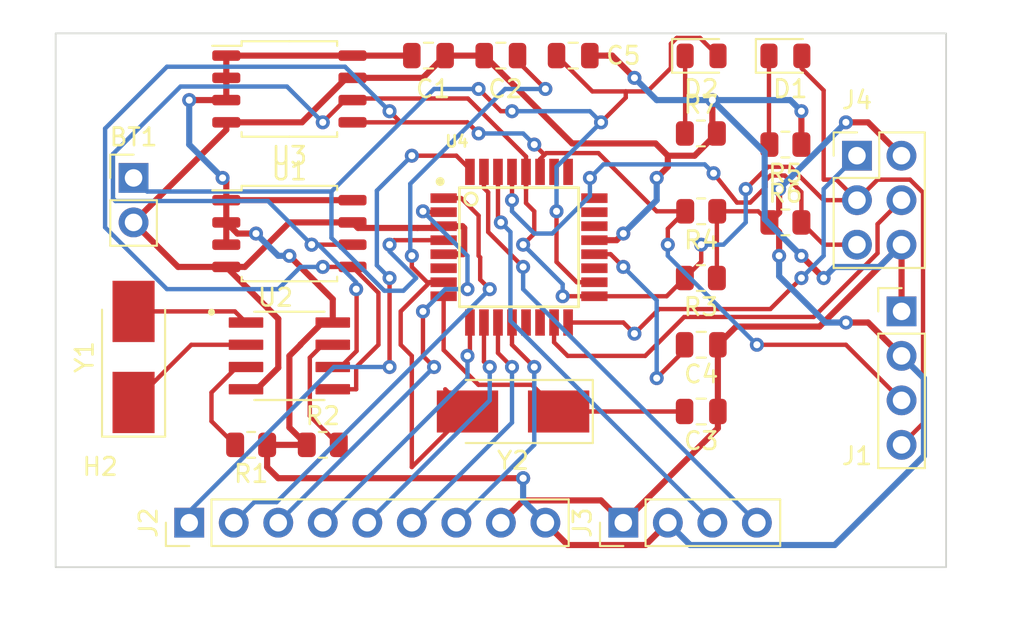
<source format=kicad_pcb>
(kicad_pcb (version 20211014) (generator pcbnew)
  (title_block (title "2 Layer PCB") (date "2022-01-13") (rev "1") (comment 1 "Diego Prado"))
  (layers (0 "F.Cu" mixed) (31 "B.Cu" mixed) (34 "B.Paste" user) (35 "F.Paste" user) (36 "B.SilkS" user "B.Silkscreen") (37 "F.SilkS" user "F.Silkscreen") (38 "B.Mask" user) (39 "F.Mask" user) (44 "Edge.Cuts" user))
  (property "project_name" "MCU datalogger with memory an clock")
  (net 0 "")
  (net 1 "Net-(U4-Pad18)")
  (net 2 "GND")
  (net 3 "/Vcc")
  (net 4 "Net-(C2-Pad2)")
  (net 5 "Net-(Y2-Pad1)")
  (net 6 "Net-(U4-Pad20)")
  (net 7 "Net-(R5-Pad2)")
  (net 8 "/SCK")
  (net 9 "Net-(D2-Pad1)")
  (net 10 "/SDA")
  (net 11 "/D2")
  (net 12 "/D3")
  (net 13 "/D4")
  (net 14 "/D5")
  (net 15 "/D6")
  (net 16 "/D7")
  (net 17 "/D8")
  (net 18 "/RX")
  (net 19 "/TX")
  (net 20 "/MISO")
  (net 21 "/MOSI")
  (net 22 "/RESET")
  (net 23 "Net-(R1-Pad2)")
  (net 24 "Net-(U2-Pad7)")
  (net 25 "Net-(Y1-Pad2)")
  (net 26 "Net-(Y1-Pad1)")
  (footprint "Resistor_SMD:R_0805_2012Metric" (layer "F.Cu") (at 80.01 98.425)
    (fp_text reference "R2")
    (fp_text value "10k")
  )
  (footprint "Capacitor_SMD:C_0805_2012Metric" (layer "F.Cu") (at 101.6 92.71 180)
    (fp_text reference "C4")
    (fp_text value "0.1uF")
  )
  (footprint "Connector_PinHeader_2.54mm:PinHeader_1x04_P2.54mm_Vertical" (layer "F.Cu") (at 113.03 90.805)
    (fp_text reference "J1")
    (fp_text value "Conn_01x04_Male" hide)
  )
  (footprint "Connector_PinHeader_2.54mm:PinHeader_1x09_P2.54mm_Vertical" (layer "F.Cu") (at 72.39 102.87 90)
    (fp_text reference "J2")
    (fp_text value "Conn_01x09_Male" hide)
  )
  (footprint "MountingHole:MountingHole_2.1mm" (layer "F.Cu") (at 113.03 102.87)
    (fp_text reference "H3" hide)
    (fp_text value "MountingHole" hide)
  )
  (footprint "Resistor_SMD:R_0805_2012Metric" (layer "F.Cu") (at 106.4025 81.28 180)
    (fp_text reference "R5")
    (fp_text value "330")
  )
  (footprint "Resistor_SMD:R_0805_2012Metric" (layer "F.Cu") (at 101.6 85.09 180)
    (fp_text reference "R4")
    (fp_text value "4.7k")
  )
  (footprint "LED_SMD:LED_0805_2012Metric" (layer "F.Cu") (at 101.62 76.215)
    (fp_text reference "D2")
    (fp_text value "LED")
  )
  (footprint "Connector_PinHeader_2.54mm:PinHeader_2x03_P2.54mm_Vertical" (layer "F.Cu") (at 110.485 81.915)
    (fp_text reference "J4")
    (fp_text value "Conn_02x03_Odd_Even" hide)
  )
  (footprint "Crystal:Crystal_SMD_5032-2Pin_5.0x3.2mm_HandSoldering" (layer "F.Cu") (at 69.215 93.405 90)
    (fp_text reference "Y1")
    (fp_text value "32.768KHz")
  )
  (footprint "Resistor_SMD:R_0805_2012Metric" (layer "F.Cu") (at 75.9225 98.425 180)
    (fp_text reference "R1")
    (fp_text value "10k")
  )
  (footprint "Connector_PinHeader_2.54mm:PinHeader_1x02_P2.54mm_Vertical" (layer "F.Cu") (at 69.215 83.185)
    (fp_text reference "BT1")
    (fp_text value "Battery")
  )
  (footprint "Capacitor_SMD:C_0805_2012Metric" (layer "F.Cu") (at 94.295 76.2)
    (fp_text reference "C5")
    (fp_text value "100nF")
  )
  (footprint "Capacitor_SMD:C_0805_2012Metric" (layer "F.Cu") (at 101.6 96.52 180)
    (fp_text reference "C3")
    (fp_text value "22pF")
  )
  (footprint "Connector_PinHeader_2.54mm:PinHeader_1x04_P2.54mm_Vertical" (layer "F.Cu") (at 97.155 102.87 90)
    (fp_text reference "J3")
    (fp_text value "Conn_01x04_Male" hide)
  )
  (footprint "LED_SMD:LED_0805_2012Metric" (layer "F.Cu") (at 106.4025 76.215)
    (fp_text reference "D1")
    (fp_text value "LED")
  )
  (footprint "digikey-footprints:SOIC127P600X175-8N" (layer "F.Cu") (at 78.105 93.345)
    (fp_text reference "U2")
    (fp_text value "DS1337S+")
  )
  (footprint "MountingHole:MountingHole_2.1mm" (layer "F.Cu") (at 67.31 102.87)
    (fp_text reference "H2")
    (fp_text value "MountingHole" hide)
  )
  (footprint "MountingHole:MountingHole_2.1mm" (layer "F.Cu") (at 113.03 77.47)
    (fp_text reference "H1" hide)
    (fp_text value "MountingHole" hide)
  )
  (footprint "digikey-footprints:QFP80P900X900X120-32N" (layer "F.Cu") (at 91.205 87.14)
    (fp_text reference "U4")
    (fp_text value "ATMEGA328-AU")
  )
  (footprint "MountingHole:MountingHole_2.1mm" (layer "F.Cu") (at 67.31 77.47)
    (fp_text reference "H4" hide)
    (fp_text value "MountingHole" hide)
  )
  (footprint "Resistor_SMD:R_0805_2012Metric" (layer "F.Cu") (at 101.58 88.9 180)
    (fp_text reference "R3")
    (fp_text value "4.7k")
  )
  (footprint "Capacitor_SMD:C_0805_2012Metric" (layer "F.Cu") (at 90.17 76.2)
    (fp_text reference "C2")
    (fp_text value "22pF")
  )
  (footprint "Crystal:Crystal_SMD_5032-2Pin_5.0x3.2mm_HandSoldering" (layer "F.Cu") (at 90.865 96.52 180)
    (fp_text reference "Y2")
    (fp_text value "16MHz")
  )
  (footprint "Resistor_SMD:R_0805_2012Metric" (layer "F.Cu") (at 101.58 80.645)
    (fp_text reference "R7")
    (fp_text value "330")
  )
  (footprint "Resistor_SMD:R_0805_2012Metric" (layer "F.Cu") (at 106.4025 85.725)
    (fp_text reference "R6")
    (fp_text value "10k")
  )
  (footprint "Package_SO:SOIC-8_5.23x5.23mm_P1.27mm" (layer "F.Cu") (at 78.105 78.105)
    (fp_text reference "U3")
    (fp_text value "24LC1025")
  )
  (footprint "Package_SO:SOIC-8_5.23x5.23mm_P1.27mm" (layer "F.Cu") (at 78.105 86.36)
    (fp_text reference "U1")
    (fp_text value "24LC1025")
  )
  (footprint "Capacitor_SMD:C_0805_2012Metric" (layer "F.Cu") (at 86.04 76.2)
    (fp_text reference "C1")
    (fp_text value "0.1uF")
  )
  (gr_rect (start 64.77 74.93) (end 115.57 105.41) (layer "Edge.Cuts") (width 0.1) (fill none))
  (segment (start 97.294511 78.244511) (end 98.532604 78.244511) (width 0.25) (layer "F.Cu") (net 1))
  (segment (start 83.82 86.995) (end 84.075 86.74) (width 0.25) (layer "F.Cu") (net 1))
  (segment (start 84.075 86.74) (end 86.905 86.74) (width 0.25) (layer "F.Cu") (net 1))
  (segment (start 99.87048 76.906635) (end 99.87048 75.523365) (width 0.25) (layer "F.Cu") (net 1))
  (segment (start 101.53298 75.19048) (end 102.5575 76.215) (width 0.25) (layer "F.Cu") (net 1))
  (segment (start 98.532604 78.244511) (end 99.87048 76.906635) (width 0.25) (layer "F.Cu") (net 1))
  (segment (start 90.17 79.375) (end 90.805 79.375) (width 0.25) (layer "F.Cu") (net 1))
  (segment (start 99.87048 75.523365) (end 100.203365 75.19048) (width 0.25) (layer "F.Cu") (net 1))
  (segment (start 100.203365 75.19048) (end 101.53298 75.19048) (width 0.25) (layer "F.Cu") (net 1))
  (segment (start 93.345 76.2) (end 95.389511 78.244511) (width 0.25) (layer "F.Cu") (net 1))
  (segment (start 94.505 89.14) (end 93.345 87.98) (width 0.25) (layer "F.Cu") (net 1))
  (segment (start 95.885 80.01) (end 97.294511 78.600489) (width 0.25) (layer "F.Cu") (net 1))
  (segment (start 95.505 89.14) (end 94.505 89.14) (width 0.25) (layer "F.Cu") (net 1))
  (segment (start 95.389511 78.244511) (end 97.294511 78.244511) (width 0.25) (layer "F.Cu") (net 1))
  (segment (start 93.345 87.98) (end 93.345 85.09) (width 0.25) (layer "F.Cu") (net 1))
  (segment (start 88.9 78.105) (end 90.17 79.375) (width 0.25) (layer "F.Cu") (net 1))
  (segment (start 97.294511 78.600489) (end 97.294511 78.244511) (width 0.25) (layer "F.Cu") (net 1))
  (via (at 83.82 86.995) (size 0.8) (drill 0.4) (layers "F.Cu" "B.Cu") (net 1))
  (via (at 93.345 85.09) (size 0.8) (drill 0.4) (layers "F.Cu" "B.Cu") (net 1))
  (via (at 95.885 80.01) (size 0.8) (drill 0.4) (layers "F.Cu" "B.Cu") (net 1))
  (via (at 88.9 78.105) (size 0.8) (drill 0.4) (layers "F.Cu" "B.Cu") (net 1))
  (via (at 90.805 79.375) (size 0.8) (drill 0.4) (layers "F.Cu" "B.Cu") (net 1))
  (segment (start 90.805 79.375) (end 95.25 79.375) (width 0.25) (layer "B.Cu") (net 1))
  (segment (start 80.505489 83.959511) (end 86.36 78.105) (width 0.25) (layer "B.Cu") (net 1))
  (segment (start 80.505489 86.610103) (end 83.519897 89.624511) (width 0.25) (layer "B.Cu") (net 1))
  (segment (start 84.611593 89.624511) (end 85.336104 88.9) (width 0.25) (layer "B.Cu") (net 1))
  (segment (start 93.345 85.09) (end 93.345 82.55) (width 0.25) (layer "B.Cu") (net 1))
  (segment (start 83.519897 89.624511) (end 84.611593 89.624511) (width 0.25) (layer "B.Cu") (net 1))
  (segment (start 85.336104 88.9) (end 83.82 87.383896) (width 0.25) (layer "B.Cu") (net 1))
  (segment (start 69.989511 83.959511) (end 80.505489 83.959511) (width 0.25) (layer "B.Cu") (net 1))
  (segment (start 80.505489 83.959511) (end 80.505489 86.610103) (width 0.25) (layer "B.Cu") (net 1))
  (segment (start 86.36 78.105) (end 88.9 78.105) (width 0.25) (layer "B.Cu") (net 1))
  (segment (start 95.25 79.375) (end 95.885 80.01) (width 0.25) (layer "B.Cu") (net 1))
  (segment (start 69.215 83.185) (end 69.989511 83.959511) (width 0.25) (layer "B.Cu") (net 1))
  (segment (start 83.82 87.383896) (end 83.82 86.995) (width 0.25) (layer "B.Cu") (net 1))
  (segment (start 93.345 82.55) (end 95.885 80.01) (width 0.25) (layer "B.Cu") (net 1))
  (segment (start 91.444511 101.595489) (end 90.17 102.87) (width 0.35) (layer "F.Cu") (net 2))
  (segment (start 81.362507 77.47) (end 81.705 77.47) (width 0.35) (layer "F.Cu") (net 2))
  (segment (start 93.505 80.485) (end 94.235969 81.215969) (width 0.35) (layer "F.Cu") (net 2))
  (segment (start 78.822507 80.01) (end 81.362507 77.47) (width 0.35) (layer "F.Cu") (net 2))
  (segment (start 94.235969 81.215969) (end 98.995969 81.215969) (width 0.35) (layer "F.Cu") (net 2))
  (segment (start 95.25 76.2) (end 96.244384 76.2) (width 0.35) (layer "F.Cu") (net 2))
  (segment (start 108.585 88.9) (end 107.315 87.63) (width 0.35) (layer "F.Cu") (net 2))
  (segment (start 102.235 80.3875) (end 102.4925 80.645) (width 0.35) (layer "F.Cu") (net 2))
  (segment (start 95.245 76.2) (end 95.25 76.2) (width 0.35) (layer "F.Cu") (net 2))
  (segment (start 97.79 77.47) (end 97.841982 77.521982) (width 0.35) (layer "F.Cu") (net 2))
  (segment (start 86.905 87.54) (end 88.005 87.54) (width 0.35) (layer "F.Cu") (net 2))
  (segment (start 97.155 102.87) (end 102.55 97.475) (width 0.35) (layer "F.Cu") (net 2))
  (segment (start 102.4925 80.645) (end 101.2225 81.915) (width 0.35) (layer "F.Cu") (net 2))
  (segment (start 89.22 76.2) (end 89.535 76.515) (width 0.35) (layer "F.Cu") (net 2))
  (segment (start 71.755 88.265) (end 74.505 88.265) (width 0.35) (layer "F.Cu") (net 2))
  (segment (start 69.215 85.725) (end 71.755 88.265) (width 0.35) (layer "F.Cu") (net 2))
  (segment (start 96.775 86.74) (end 97.155 86.36) (width 0.35) (layer "F.Cu") (net 2))
  (segment (start 99.695 81.915) (end 98.995969 81.215969) (width 0.35) (layer "F.Cu") (net 2))
  (segment (start 107.315 79.375) (end 107.315 81.28) (width 0.35) (layer "F.Cu") (net 2))
  (segment (start 77.47 94.023211) (end 77.47 91.23) (width 0.35) (layer "F.Cu") (net 2))
  (segment (start 95.880489 101.595489) (end 91.444511 101.595489) (width 0.35) (layer "F.Cu") (net 2))
  (segment (start 89.22 76.2) (end 93.505 80.485) (width 0.35) (layer "F.Cu") (net 2))
  (segment (start 103.588339 91.671661) (end 108.348339 91.671661) (width 0.35) (layer "F.Cu") (net 2))
  (segment (start 96.244384 76.2) (end 96.52 76.2) (width 0.35) (layer "F.Cu") (net 2))
  (segment (start 75.565 88.265) (end 74.505 88.265) (width 0.35) (layer "F.Cu") (net 2))
  (segment (start 81.705 85.725) (end 78.105 85.725) (width 0.35) (layer "F.Cu") (net 2))
  (segment (start 96.52 76.2) (end 97.79 77.47) (width 0.35) (layer "F.Cu") (net 2))
  (segment (start 99.695 82.55) (end 99.695 81.915) (width 0.35) (layer "F.Cu") (net 2))
  (segment (start 113.03 90.805) (end 113.03 87) (width 0.35) (layer "F.Cu") (net 2))
  (segment (start 89.22 76.2) (end 86.99 76.2) (width 0.35) (layer "F.Cu") (net 2))
  (segment (start 113.03 87) (end 113.025 86.995) (width 0.35) (layer "F.Cu") (net 2))
  (segment (start 88.079511 87.465489) (end 88.079511 86.040489) (width 0.35) (layer "F.Cu") (net 2))
  (segment (start 102.235 78.74) (end 102.235 80.3875) (width 0.35) (layer "F.Cu") (net 2))
  (segment (start 85.72 77.47) (end 81.705 77.47) (width 0.35) (layer "F.Cu") (net 2))
  (segment (start 88.005 87.54) (end 88.079511 87.465489) (width 0.35) (layer "F.Cu") (net 2))
  (segment (start 95.505 86.74) (end 96.775 86.74) (width 0.35) (layer "F.Cu") (net 2))
  (segment (start 77.47 91.23) (end 74.505 88.265) (width 0.35) (layer "F.Cu") (net 2))
  (segment (start 97.155 102.87) (end 95.880489 101.595489) (width 0.35) (layer "F.Cu") (net 2))
  (segment (start 86.99 76.2) (end 85.72 77.47) (width 0.35) (layer "F.Cu") (net 2))
  (segment (start 108.348339 91.671661) (end 113.025 86.995) (width 0.35) (layer "F.Cu") (net 2))
  (segment (start 88.079511 86.040489) (end 87.979022 85.94) (width 0.35) (layer "F.Cu") (net 2))
  (segment (start 75.63 95.25) (end 76.243211 95.25) (width 0.35) (layer "F.Cu") (net 2))
  (segment (start 102.55 96.52) (end 102.55 92.71) (width 0.35) (layer "F.Cu") (net 2))
  (segment (start 81.705 85.725) (end 82.020489 86.040489) (width 0.35) (layer "F.Cu") (net 2))
  (segment (start 102.55 97.475) (end 102.55 96.52) (width 0.35) (layer "F.Cu") (net 2))
  (segment (start 74.505 80.435) (end 69.215 85.725) (width 0.35) (layer "F.Cu") (net 2))
  (segment (start 99.06 83.185) (end 99.695 82.55) (width 0.35) (layer "F.Cu") (net 2))
  (segment (start 74.505 80.01) (end 74.505 80.435) (width 0.35) (layer "F.Cu") (net 2))
  (segment (start 78.105 85.725) (end 75.565 88.265) (width 0.35) (layer "F.Cu") (net 2))
  (segment (start 82.020489 86.040489) (end 85.409511 86.040489) (width 0.35) (layer "F.Cu") (net 2))
  (segment (start 87.979022 85.94) (end 86.905 85.94) (width 0.35) (layer "F.Cu") (net 2))
  (segment (start 102.55 92.71) (end 103.588339 91.671661) (width 0.35) (layer "F.Cu") (net 2))
  (segment (start 85.409511 86.040489) (end 86.675489 86.040489) (width 0.35) (layer "F.Cu") (net 2))
  (segment (start 74.505 80.01) (end 78.822507 80.01) (width 0.35) (layer "F.Cu") (net 2))
  (segment (start 101.2225 81.915) (end 99.695 81.915) (width 0.35) (layer "F.Cu") (net 2))
  (segment (start 76.243211 95.25) (end 77.47 94.023211) (width 0.35) (layer "F.Cu") (net 2))
  (via (at 102.235 78.74) (size 0.8) (drill 0.4) (layers "F.Cu" "B.Cu") (net 2))
  (via (at 99.06 83.185) (size 0.8) (drill 0.4) (layers "F.Cu" "B.Cu") (net 2))
  (via (at 97.155 86.36) (size 0.8) (drill 0.4) (layers "F.Cu" "B.Cu") (net 2))
  (via (at 108.585 88.9) (size 0.8) (drill 0.4) (layers "F.Cu" "B.Cu") (net 2))
  (via (at 97.79 77.47) (size 0.8) (drill 0.4) (layers "F.Cu" "B.Cu") (net 2))
  (via (at 107.315 87.63) (size 0.8) (drill 0.4) (layers "F.Cu" "B.Cu") (net 2))
  (via (at 107.315 79.375) (size 0.8) (drill 0.4) (layers "F.Cu" "B.Cu") (net 2))
  (segment (start 107.315 87.63) (end 105.220489 85.535489) (width 0.35) (layer "B.Cu") (net 2))
  (segment (start 99.06 78.74) (end 102.235 78.74) (width 0.35) (layer "B.Cu") (net 2))
  (segment (start 113.03 86.995) (end 111.755489 88.269511) (width 0.35) (layer "B.Cu") (net 2))
  (segment (start 105.220489 85.535489) (end 105.220489 81.725489) (width 0.35) (layer "B.Cu") (net 2))
  (segment (start 105.220489 81.725489) (end 102.235 78.74) (width 0.35) (layer "B.Cu") (net 2))
  (segment (start 99.06 84.455) (end 99.06 83.185) (width 0.35) (layer "B.Cu") (net 2))
  (segment (start 111.755489 88.269511) (end 109.215489 88.269511) (width 0.35) (layer "B.Cu") (net 2))
  (segment (start 109.215489 88.269511) (end 108.585 88.9) (width 0.35) (layer "B.Cu") (net 2))
  (segment (start 97.155 86.36) (end 99.06 84.455) (width 0.35) (layer "B.Cu") (net 2))
  (segment (start 106.68 78.74) (end 107.315 79.375) (width 0.35) (layer "B.Cu") (net 2))
  (segment (start 97.79 77.47) (end 99.06 78.74) (width 0.35) (layer "B.Cu") (net 2))
  (segment (start 102.235 78.74) (end 106.68 78.74) (width 0.35) (layer "B.Cu") (net 2))
  (segment (start 113.025 86.995) (end 113.03 86.995) (width 0.35) (layer "B.Cu") (net 2))
  (segment (start 111.12 80.01) (end 109.855 80.01) (width 0.35) (layer "F.Cu") (net 3))
  (segment (start 111.125 91.44) (end 109.855 91.44) (width 0.35) (layer "F.Cu") (net 3))
  (segment (start 72.39 78.74) (end 74.505 78.74) (width 0.35) (layer "F.Cu") (net 3))
  (segment (start 74.505 85.725) (end 74.505 84.455) (width 0.35) (layer "F.Cu") (net 3))
  (segment (start 77.47 100.33) (end 76.835 99.695) (width 0.35) (layer "F.Cu") (net 3))
  (segment (start 78.105 97.4325) (end 78.105 93.345) (width 0.35) (layer "F.Cu") (net 3))
  (segment (start 106.045 83.82) (end 106.045 85.17) (width 0.35) (layer "F.Cu") (net 3))
  (segment (start 102.5125 85.09) (end 104.855 85.09) (width 0.25) (layer "F.Cu") (net 3))
  (segment (start 74.505 83.395) (end 74.295 83.185) (width 0.35) (layer "F.Cu") (net 3))
  (segment (start 106.045 87.63) (end 106.045 86.28) (width 0.35) (layer "F.Cu") (net 3))
  (segment (start 80.58 91.44) (end 80.58 90.105) (width 0.35) (layer "F.Cu") (net 3))
  (segment (start 74.505 76.2) (end 81.705 76.2) (width 0.35) (layer "F.Cu") (net 3))
  (segment (start 74.505 86.995) (end 74.505 85.725) (width 0.35) (layer "F.Cu") (net 3))
  (segment (start 78.74 92.71) (end 78.74 92.693832) (width 0.35) (layer "F.Cu") (net 3))
  (segment (start 74.505 78.74) (end 74.505 77.47) (width 0.35) (layer "F.Cu") (net 3))
  (segment (start 74.505 84.455) (end 81.705 84.455) (width 0.35) (layer "F.Cu") (net 3))
  (segment (start 74.505 84.455) (end 74.505 83.395) (width 0.35) (layer "F.Cu") (net 3))
  (segment (start 113.025 81.915) (end 111.12 80.01) (width 0.35) (layer "F.Cu") (net 3))
  (segment (start 91.44 100.33) (end 77.47 100.33) (width 0.35) (layer "F.Cu") (net 3))
  (segment (start 79.993832 91.44) (end 80.58 91.44) (width 0.35) (layer "F.Cu") (net 3))
  (segment (start 79.0975 98.425) (end 78.105 97.4325) (width 0.35) (layer "F.Cu") (net 3))
  (segment (start 102.4925 85.11) (end 102.5125 85.09) (width 0.25) (layer "F.Cu") (net 3))
  (segment (start 76.2 86.36) (end 75.14 86.36) (width 0.35) (layer "F.Cu") (net 3))
  (segment (start 78.105 93.345) (end 78.74 92.71) (width 0.35) (layer "F.Cu") (net 3))
  (segment (start 104.855 85.09) (end 105.49 85.725) (width 0.25) (layer "F.Cu") (net 3))
  (segment (start 113.03 93.345) (end 111.125 91.44) (width 0.35) (layer "F.Cu") (net 3))
  (segment (start 80.58 90.105) (end 78.105 87.63) (width 0.35) (layer "F.Cu") (net 3))
  (segment (start 99.695 102.87) (end 98.420489 104.144511) (width 0.35) (layer "F.Cu") (net 3))
  (segment (start 106.045 85.17) (end 105.49 85.725) (width 0.35) (layer "F.Cu") (net 3))
  (segment (start 75.14 86.36) (end 74.505 85.725) (width 0.35) (layer "F.Cu") (net 3))
  (segment (start 106.045 86.28) (end 105.49 85.725) (width 0.35) (layer "F.Cu") (net 3))
  (segment (start 76.835 99.695) (end 76.835 98.425) (width 0.35) (layer "F.Cu") (net 3))
  (segment (start 102.4925 88.9) (end 102.4925 85.11) (width 0.25) (layer "F.Cu") (net 3))
  (segment (start 98.420489 104.144511) (end 93.984511 104.144511) (width 0.35) (layer "F.Cu") (net 3))
  (segment (start 78.74 92.693832) (end 79.993832 91.44) (width 0.35) (layer "F.Cu") (net 3))
  (segment (start 76.835 98.425) (end 79.0975 98.425) (width 0.35) (layer "F.Cu") (net 3))
  (segment (start 81.705 76.2) (end 85.09 76.2) (width 0.35) (layer "F.Cu") (net 3))
  (segment (start 93.984511 104.144511) (end 92.71 102.87) (width 0.35) (layer "F.Cu") (net 3))
  (segment (start 74.505 77.47) (end 74.505 76.2) (width 0.35) (layer "F.Cu") (net 3))
  (via (at 109.855 91.44) (size 0.8) (drill 0.4) (layers "F.Cu" "B.Cu") (net 3))
  (via (at 91.44 100.33) (size 0.8) (drill 0.4) (layers "F.Cu" "B.Cu") (net 3))
  (via (at 106.045 87.63) (size 0.8) (drill 0.4) (layers "F.Cu" "B.Cu") (net 3))
  (via (at 72.39 78.74) (size 0.8) (drill 0.4) (layers "F.Cu" "B.Cu") (net 3))
  (via (at 74.295 83.185) (size 0.8) (drill 0.4) (layers "F.Cu" "B.Cu") (net 3))
  (via (at 76.2 86.36) (size 0.8) (drill 0.4) (layers "F.Cu" "B.Cu") (net 3))
  (via (at 91.44 100.33) (size 0.8) (drill 0.4) (layers "F.Cu" "B.Cu") (net 3))
  (via (at 106.045 83.82) (size 0.8) (drill 0.4) (layers "F.Cu" "B.Cu") (net 3))
  (via (at 109.855 80.01) (size 0.8) (drill 0.4) (layers "F.Cu" "B.Cu") (net 3))
  (via (at 78.105 87.63) (size 0.8) (drill 0.4) (layers "F.Cu" "B.Cu") (net 3))
  (segment (start 72.39 81.28) (end 72.39 78.74) (width 0.35) (layer "B.Cu") (net 3))
  (segment (start 77.47 87.63) (end 76.2 86.36) (width 0.35) (layer "B.Cu") (net 3))
  (segment (start 109.855 91.44) (end 108.688964 91.44) (width 0.35) (layer "B.Cu") (net 3))
  (segment (start 74.295 83.185) (end 72.39 81.28) (width 0.35) (layer "B.Cu") (net 3))
  (segment (start 109.855 80.01) (end 106.045 83.82) (width 0.35) (layer "B.Cu") (net 3))
  (segment (start 114.304511 99.055489) (end 114.304511 94.619511) (width 0.35) (layer "B.Cu") (net 3))
  (segment (start 100.969511 104.144511) (end 109.215489 104.144511) (width 0.35) (layer "B.Cu") (net 3))
  (segment (start 106.045 88.796036) (end 106.045 87.63) (width 0.35) (layer "B.Cu") (net 3))
  (segment (start 91.44 101.6) (end 91.44 100.33) (width 0.35) (layer "B.Cu") (net 3))
  (segment (start 109.215489 104.144511) (end 114.304511 99.055489) (width 0.35) (layer "B.Cu") (net 3))
  (segment (start 108.688964 91.44) (end 106.045 88.796036) (width 0.35) (layer "B.Cu") (net 3))
  (segment (start 114.304511 94.619511) (end 113.03 93.345) (width 0.35) (layer "B.Cu") (net 3))
  (segment (start 78.105 87.63) (end 77.47 87.63) (width 0.35) (layer "B.Cu") (net 3))
  (segment (start 99.695 102.87) (end 100.969511 104.144511) (width 0.35) (layer "B.Cu") (net 3))
  (segment (start 92.71 102.87) (end 91.44 101.6) (width 0.35) (layer "B.Cu") (net 3))
  (segment (start 109.855 80.01) (end 109.840978 80.01) (width 0.35) (layer "B.Cu") (net 3))
  (segment (start 84.455 92.71) (end 85.09 93.345) (width 0.25) (layer "F.Cu") (net 4))
  (segment (start 86.12 89.14) (end 84.455 90.805) (width 0.25) (layer "F.Cu") (net 4))
  (segment (start 91.12 76.2) (end 91.12 76.515) (width 0.25) (layer "F.Cu") (net 4))
  (segment (start 86.905 89.14) (end 86.12 89.14) (width 0.25) (layer "F.Cu") (net 4))
  (segment (start 85.09 93.345) (end 85.09 99.695) (width 0.25) (layer "F.Cu") (net 4))
  (segment (start 91.12 76.515) (end 92.71 78.105) (width 0.25) (layer "F.Cu") (net 4))
  (segment (start 84.455 90.805) (end 84.455 92.71) (width 0.25) (layer "F.Cu") (net 4))
  (segment (start 85.09 99.695) (end 88.265 96.52) (width 0.25) (layer "F.Cu") (net 4))
  (segment (start 85.965 89.14) (end 85.090359 88.265359) (width 0.25) (layer "F.Cu") (net 4))
  (segment (start 88.265 96.52) (end 86.995 95.25) (width 0.25) (layer "F.Cu") (net 4))
  (segment (start 85.090359 88.265359) (end 85.090359 87.629641) (width 0.25) (layer "F.Cu") (net 4))
  (segment (start 86.905 89.14) (end 85.965 89.14) (width 0.25) (layer "F.Cu") (net 4))
  (via (at 92.71 78.105) (size 0.8) (drill 0.4) (layers "F.Cu" "B.Cu") (net 4))
  (via (at 85.090359 87.629641) (size 0.8) (drill 0.4) (layers "F.Cu" "B.Cu") (net 4))
  (segment (start 85.000489 83.519897) (end 85.000489 87.539771) (width 0.25) (layer "B.Cu") (net 4))
  (segment (start 85.000489 87.539771) (end 85.090359 87.629641) (width 0.25) (layer "B.Cu") (net 4))
  (segment (start 90.415386 78.105) (end 85.000489 83.519897) (width 0.25) (layer "B.Cu") (net 4))
  (segment (start 92.71 78.105) (end 90.415386 78.105) (width 0.25) (layer "B.Cu") (net 4))
  (segment (start 100.65 96.52) (end 93.465 96.52) (width 0.25) (layer "F.Cu") (net 5))
  (segment (start 86.905 93.009614) (end 86.905 89.94) (width 0.25) (layer "F.Cu") (net 5))
  (segment (start 93.465 96.52) (end 91.940489 94.995489) (width 0.25) (layer "F.Cu") (net 5))
  (segment (start 91.940489 94.995489) (end 88.890875 94.995489) (width 0.25) (layer "F.Cu") (net 5))
  (segment (start 88.890875 94.995489) (end 86.905 93.009614) (width 0.25) (layer "F.Cu") (net 5))
  (segment (start 100.65 93.025) (end 99.06 94.615) (width 0.25) (layer "F.Cu") (net 6))
  (segment (start 100.65 92.71) (end 100.65 93.025) (width 0.25) (layer "F.Cu") (net 6))
  (segment (start 97.155 88.265) (end 96.43 87.54) (width 0.25) (layer "F.Cu") (net 6))
  (segment (start 96.43 87.54) (end 95.505 87.54) (width 0.25) (layer "F.Cu") (net 6))
  (via (at 97.155 88.265) (size 0.8) (drill 0.4) (layers "F.Cu" "B.Cu") (net 6))
  (via (at 99.06 94.615) (size 0.8) (drill 0.4) (layers "F.Cu" "B.Cu") (net 6))
  (segment (start 99.06 94.615) (end 99.06 90.17) (width 0.25) (layer "B.Cu") (net 6))
  (segment (start 99.06 90.17) (end 97.155 88.265) (width 0.25) (layer "B.Cu") (net 6))
  (segment (start 105.465 81.255) (end 105.49 81.28) (width 0.25) (layer "F.Cu") (net 7))
  (segment (start 105.465 76.215) (end 105.465 81.255) (width 0.25) (layer "F.Cu") (net 7))
  (segment (start 95.505 89.94) (end 93.69548 89.94) (width 0.25) (layer "F.Cu") (net 8))
  (segment (start 107.34 76.215) (end 107.33 76.215) (width 0.25) (layer "F.Cu") (net 8))
  (segment (start 91.605 81.965978) (end 91.605 82.84) (width 0.25) (layer "F.Cu") (net 8))
  (segment (start 81.705 86.995) (end 79.375 86.995) (width 0.25) (layer "F.Cu") (net 8))
  (segment (start 105.41 82.55) (end 106.68 82.55) (width 0.25) (layer "F.Cu") (net 8))
  (segment (start 88.289511 78.650489) (end 91.605 81.965978) (width 0.25) (layer "F.Cu") (net 8))
  (segment (start 110.485 84.455) (end 109.310489 83.280489) (width 0.25) (layer "F.Cu") (net 8))
  (segment (start 108.585 78.185489) (end 108.585 83.280489) (width 0.25) (layer "F.Cu") (net 8))
  (segment (start 81.28 78.74) (end 80.01 80.01) (width 0.25) (layer "F.Cu") (net 8))
  (segment (start 108.585 84.455) (end 110.485 84.455) (width 0.25) (layer "F.Cu") (net 8))
  (segment (start 107.33 76.930489) (end 108.585 78.185489) (width 0.25) (layer "F.Cu") (net 8))
  (segment (start 81.024747 93.98) (end 81.93952 93.065227) (width 0.25) (layer "F.Cu") (net 8))
  (segment (start 108.585 84.455) (end 106.68 82.55) (width 0.25) (layer "F.Cu") (net 8))
  (segment (start 104.14 83.82) (end 105.41 82.55) (width 0.25) (layer "F.Cu") (net 8))
  (segment (start 107.33 76.215) (end 107.33 76.930489) (width 0.25) (layer "F.Cu") (net 8))
  (segment (start 81.93952 89.55952) (end 81.915 89.535) (width 0.25) (layer "F.Cu") (net 8))
  (segment (start 111.659511 83.280489) (end 110.485 84.455) (width 0.25) (layer "F.Cu") (net 8))
  (segment (start 113.03 98.425) (end 114.254511 97.200489) (width 0.25) (layer "F.Cu") (net 8))
  (segment (start 81.93952 93.065227) (end 81.93952 89.55952) (width 0.25) (layer "F.Cu") (net 8))
  (segment (start 92.075 85.09) (end 92.075 86.36) (width 0.25) (layer "F.Cu") (net 8))
  (segment (start 92.075 85.09) (end 91.605 84.62) (width 0.25) (layer "F.Cu") (net 8))
  (segment (start 91.605 84.62) (end 91.605 82.84) (width 0.25) (layer "F.Cu") (net 8))
  (segment (start 92.075 86.36) (end 91.44 86.995) (width 0.25) (layer "F.Cu") (net 8))
  (segment (start 81.794511 78.650489) (end 88.289511 78.650489) (width 0.25) (layer "F.Cu") (net 8))
  (segment (start 99.6275 89.94) (end 95.505 89.94) (width 0.25) (layer "F.Cu") (net 8))
  (segment (start 81.705 78.74) (end 81.794511 78.650489) (width 0.25) (layer "F.Cu") (net 8))
  (segment (start 113.511499 83.280489) (end 111.659511 83.280489) (width 0.25) (layer "F.Cu") (net 8))
  (segment (start 109.310489 83.280489) (end 108.585 83.280489) (width 0.25) (layer "F.Cu") (net 8))
  (segment (start 114.254511 97.200489) (end 114.254511 84.023501) (width 0.25) (layer "F.Cu") (net 8))
  (segment (start 114.254511 84.023501) (end 113.511499 83.280489) (width 0.25) (layer "F.Cu") (net 8))
  (segment (start 101.6 87.9675) (end 100.6675 88.9) (width 0.25) (layer "F.Cu") (net 8))
  (segment (start 100.6675 88.9) (end 99.6275 89.94) (width 0.25) (layer "F.Cu") (net 8))
  (segment (start 91.605 82.84) (end 91.605 83.84) (width 0.25) (layer "F.Cu") (net 8))
  (segment (start 101.6 86.995) (end 101.6 87.9675) (width 0.25) (layer "F.Cu") (net 8))
  (segment (start 81.705 78.74) (end 81.28 78.74) (width 0.25) (layer "F.Cu") (net 8))
  (segment (start 80.58 93.98) (end 81.024747 93.98) (width 0.25) (layer "F.Cu") (net 8))
  (via (at 93.69548 89.94) (size 0.8) (drill 0.4) (layers "F.Cu" "B.Cu") (net 8))
  (via (at 79.375 86.995) (size 0.8) (drill 0.4) (layers "F.Cu" "B.Cu") (net 8))
  (via (at 81.915 89.535) (size 0.8) (drill 0.4) (layers "F.Cu" "B.Cu") (net 8))
  (via (at 80.01 80.01) (size 0.8) (drill 0.4) (layers "F.Cu" "B.Cu") (net 8))
  (via (at 104.14 83.82) (size 0.8) (drill 0.4) (layers "F.Cu" "B.Cu") (net 8))
  (via (at 101.6 86.995) (size 0.8) (drill 0.4) (layers "F.Cu" "B.Cu") (net 8))
  (via (at 91.44 86.995) (size 0.8) (drill 0.4) (layers "F.Cu" "B.Cu") (net 8))
  (via (at 79.375 86.995) (size 0.8) (drill 0.4) (layers "F.Cu" "B.Cu") (net 8))
  (segment (start 68.040489 81.819511) (end 71.894511 77.965489) (width 0.25) (layer "B.Cu") (net 8))
  (segment (start 104.14 83.82) (end 104.14 85.725) (width 0.25) (layer "B.Cu") (net 8))
  (segment (start 79.764614 86.995) (end 79.375 86.995) (width 0.25) (layer "B.Cu") (net 8))
  (segment (start 93.69548 89.25048) (end 91.44 86.995) (width 0.25) (layer "B.Cu") (net 8))
  (segment (start 81.915 89.145386) (end 79.764614 86.995) (width 0.25) (layer "B.Cu") (net 8))
  (segment (start 71.894511 77.965489) (end 77.965489 77.965489) (width 0.25) (layer "B.Cu") (net 8))
  (segment (start 102.87 86.995) (end 101.6 86.995) (width 0.25) (layer "B.Cu") (net 8))
  (segment (start 104.14 85.725) (end 102.87 86.995) (width 0.25) (layer "B.Cu") (net 8))
  (segment (start 81.915 89.535) (end 81.915 89.145386) (width 0.25) (layer "B.Cu") (net 8))
  (segment (start 79.375 86.995) (end 76.880489 84.500489) (width 0.25) (layer "B.Cu") (net 8))
  (segment (start 76.880489 84.500489) (end 68.181467 84.500489) (width 0.25) (layer "B.Cu") (net 8))
  (segment (start 68.181467 84.500489) (end 68.040489 84.359511) (width 0.25) (layer "B.Cu") (net 8))
  (segment (start 77.965489 77.965489) (end 80.01 80.01) (width 0.25) (layer "B.Cu") (net 8))
  (segment (start 93.69548 89.94) (end 93.69548 89.25048) (width 0.25) (layer "B.Cu") (net 8))
  (segment (start 68.040489 84.359511) (end 68.040489 81.819511) (width 0.25) (layer "B.Cu") (net 8))
  (segment (start 100.6825 80.63) (end 100.6675 80.645) (width 0.25) (layer "F.Cu") (net 9))
  (segment (start 100.6825 76.215) (end 100.6825 80.63) (width 0.25) (layer "F.Cu") (net 9))
  (segment (start 84.455 80.01) (end 83.82 79.375) (width 0.25) (layer "F.Cu") (net 10))
  (segment (start 113.03 95.885) (end 109.855 92.71) (width 0.25) (layer "F.Cu") (net 10))
  (segment (start 100.6875 85.09) (end 99.06 85.09) (width 0.25) (layer "F.Cu") (net 10))
  (segment (start 81.705 88.265) (end 80.01 88.265) (width 0.25) (layer "F.Cu") (net 10))
  (segment (start 81.915 95.25) (end 81.915 93.98) (width 0.25) (layer "F.Cu") (net 10))
  (segment (start 95.735489 81.765489) (end 92.755 81.765489) (width 0.25) (layer "F.Cu") (net 10))
  (segment (start 92.755 81.765489) (end 92.657744 81.862744) (width 0.25) (layer "F.Cu") (net 10))
  (segment (start 81.705 80.01) (end 84.455 80.01) (width 0.25) (layer "F.Cu") (net 10))
  (segment (start 99.695 86.0825) (end 100.6875 85.09) (width 0.25) (layer "F.Cu") (net 10))
  (segment (start 88.265 80.01) (end 88.9 80.645) (width 0.25) (layer "F.Cu") (net 10))
  (segment (start 92.657744 81.862744) (end 92.405 82.115489) (width 0.25) (layer "F.Cu") (net 10))
  (segment (start 99.695 86.995) (end 99.695 86.0825) (width 0.25) (layer "F.Cu") (net 10))
  (segment (start 109.855 92.71) (end 104.775 92.71) (width 0.25) (layer "F.Cu") (net 10))
  (segment (start 83.185 89.745) (end 81.705 88.265) (width 0.25) (layer "F.Cu") (net 10))
  (segment (start 80.58 95.25) (end 81.915 95.25) (width 0.25) (layer "F.Cu") (net 10))
  (segment (start 92.075 81.28) (end 92.657744 81.862744) (width 0.25) (layer "F.Cu") (net 10))
  (segment (start 92.405 82.115489) (end 92.405 82.84) (width 0.25) (layer "F.Cu") (net 10))
  (segment (start 84.455 80.01) (end 88.265 80.01) (width 0.25) (layer "F.Cu") (net 10))
  (segment (start 83.185 92.71) (end 81.915 93.98) (width 0.25) (layer "F.Cu") (net 10))
  (segment (start 83.185 89.745) (end 83.185 92.71) (width 0.25) (layer "F.Cu") (net 10))
  (segment (start 99.06 85.09) (end 95.735489 81.765489) (width 0.25) (layer "F.Cu") (net 10))
  (via (at 99.695 86.995) (size 0.8) (drill 0.4) (layers "F.Cu" "B.Cu") (net 10))
  (via (at 83.82 79.375) (size 0.8) (drill 0.4) (layers "F.Cu" "B.Cu") (net 10))
  (via (at 104.775 92.71) (size 0.8) (drill 0.4) (layers "F.Cu" "B.Cu") (net 10))
  (via (at 92.075 81.28) (size 0.8) (drill 0.4) (layers "F.Cu" "B.Cu") (net 10))
  (via (at 88.9 80.645) (size 0.8) (drill 0.4) (layers "F.Cu" "B.Cu") (net 10))
  (via (at 80.01 88.265) (size 0.8) (drill 0.4) (layers "F.Cu" "B.Cu") (net 10))
  (segment (start 67.590969 86.005969) (end 67.590969 80.364031) (width 0.25) (layer "B.Cu") (net 10))
  (segment (start 78.74 88.265) (end 77.47 89.535) (width 0.25) (layer "B.Cu") (net 10))
  (segment (start 67.590969 80.364031) (end 71.12 76.835) (width 0.25) (layer "B.Cu") (net 10))
  (segment (start 81.28 76.835) (end 83.82 79.375) (width 0.25) (layer "B.Cu") (net 10))
  (segment (start 80.01 88.265) (end 78.74 88.265) (width 0.25) (layer "B.Cu") (net 10))
  (segment (start 88.9 80.645) (end 91.44 80.645) (width 0.25) (layer "B.Cu") (net 10))
  (segment (start 77.47 89.535) (end 71.12 89.535) (width 0.25) (layer "B.Cu") (net 10))
  (segment (start 99.695 87.63) (end 99.695 86.995) (width 0.25) (layer "B.Cu") (net 10))
  (segment (start 71.12 89.535) (end 67.590969 86.005969) (width 0.25) (layer "B.Cu") (net 10))
  (segment (start 91.44 80.645) (end 92.075 81.28) (width 0.25) (layer "B.Cu") (net 10))
  (segment (start 104.775 92.71) (end 99.695 87.63) (width 0.25) (layer "B.Cu") (net 10))
  (segment (start 71.12 76.835) (end 81.28 76.835) (width 0.25) (layer "B.Cu") (net 10))
  (segment (start 88.405 82.69) (end 87.63 81.915) (width 0.25) (layer "F.Cu") (net 11))
  (segment (start 87.63 81.915) (end 85.09 81.915) (width 0.25) (layer "F.Cu") (net 11))
  (segment (start 88.405 82.84) (end 88.405 82.69) (width 0.25) (layer "F.Cu") (net 11))
  (segment (start 83.82 93.98) (end 83.82 88.9) (width 0.25) (layer "F.Cu") (net 11))
  (via (at 83.82 93.98) (size 0.8) (drill 0.4) (layers "F.Cu" "B.Cu") (net 11))
  (via (at 85.09 81.915) (size 0.8) (drill 0.4) (layers "F.Cu" "B.Cu") (net 11))
  (via (at 83.82 88.9) (size 0.8) (drill 0.4) (layers "F.Cu" "B.Cu") (net 11))
  (segment (start 72.39 102.87) (end 71.755 102.87) (width 0.25) (layer "B.Cu") (net 11))
  (segment (start 83.82 88.9) (end 83.095489 88.175489) (width 0.25) (layer "B.Cu") (net 11))
  (segment (start 71.755 102.87) (end 80.645 93.98) (width 0.25) (layer "B.Cu") (net 11))
  (segment (start 83.095489 88.175489) (end 83.095489 83.909511) (width 0.25) (layer "B.Cu") (net 11))
  (segment (start 80.645 93.98) (end 83.82 93.98) (width 0.25) (layer "B.Cu") (net 11))
  (segment (start 83.095489 83.909511) (end 85.09 81.915) (width 0.25) (layer "B.Cu") (net 11))
  (segment (start 87.905 84.34) (end 88.9 85.335) (width 0.25) (layer "F.Cu") (net 12))
  (segment (start 88.989511 87.719511) (end 88.989511 88.989511) (width 0.25) (layer "F.Cu") (net 12))
  (segment (start 88.9 85.335) (end 88.9 87.63) (width 0.25) (layer "F.Cu") (net 12))
  (segment (start 86.905 84.34) (end 87.905 84.34) (width 0.25) (layer "F.Cu") (net 12))
  (segment (start 88.989511 88.989511) (end 89.535 89.535) (width 0.25) (layer "F.Cu") (net 12))
  (segment (start 88.9 87.63) (end 88.989511 87.719511) (width 0.25) (layer "F.Cu") (net 12))
  (via (at 89.535 89.535) (size 0.8) (drill 0.4) (layers "F.Cu" "B.Cu") (net 12))
  (segment (start 76.104511 101.695489) (end 74.93 102.87) (width 0.25) (layer "B.Cu") (net 12))
  (segment (start 77.374511 101.695489) (end 76.104511 101.695489) (width 0.25) (layer "B.Cu") (net 12))
  (segment (start 77.374511 101.695489) (end 89.535 89.535) (width 0.25) (layer "B.Cu") (net 12))
  (segment (start 86.36 93.98) (end 85.725 93.345) (width 0.25) (layer "F.Cu") (net 13))
  (segment (start 85.775 85.14) (end 85.725 85.09) (width 0.25) (layer "F.Cu") (net 13))
  (segment (start 85.725 93.345) (end 85.725 90.805) (width 0.25) (layer "F.Cu") (net 13))
  (segment (start 86.905 85.14) (end 85.775 85.14) (width 0.25) (layer "F.Cu") (net 13))
  (via (at 86.36 93.98) (size 0.8) (drill 0.4) (layers "F.Cu" "B.Cu") (net 13))
  (via (at 85.725 85.09) (size 0.8) (drill 0.4) (layers "F.Cu" "B.Cu") (net 13))
  (via (at 88.265 89.535) (size 0.8) (drill 0.4) (layers "F.Cu" "B.Cu") (net 13))
  (via (at 85.725 90.805) (size 0.8) (drill 0.4) (layers "F.Cu" "B.Cu") (net 13))
  (segment (start 77.47 102.87) (end 86.36 93.98) (width 0.25) (layer "B.Cu") (net 13))
  (segment (start 77.47 102.87) (end 78.105 102.87) (width 0.25) (layer "B.Cu") (net 13))
  (segment (start 86.995 89.535) (end 88.265 89.535) (width 0.25) (layer "B.Cu") (net 13))
  (segment (start 85.725 90.805) (end 86.995 89.535) (width 0.25) (layer "B.Cu") (net 13))
  (segment (start 88.265 89.535) (end 88.265 87.63) (width 0.25) (layer "B.Cu") (net 13))
  (segment (start 88.265 87.63) (end 85.725 85.09) (width 0.25) (layer "B.Cu") (net 13))
  (segment (start 88.405 93.205) (end 88.265 93.345) (width 0.25) (layer "F.Cu") (net 14))
  (segment (start 88.405 91.44) (end 88.405 93.205) (width 0.25) (layer "F.Cu") (net 14))
  (via (at 88.265 93.345) (size 0.8) (drill 0.4) (layers "F.Cu" "B.Cu") (net 14))
  (segment (start 80.01 102.87) (end 88.265 94.615) (width 0.25) (layer "B.Cu") (net 14))
  (segment (start 88.265 94.615) (end 88.265 93.345) (width 0.25) (layer "B.Cu") (net 14))
  (segment (start 89.205 93.675) (end 89.23 93.675) (width 0.25) (layer "F.Cu") (net 15))
  (segment (start 89.23 93.675) (end 89.535 93.98) (width 0.25) (layer "F.Cu") (net 15))
  (segment (start 89.205 91.44) (end 89.205 93.675) (width 0.25) (layer "F.Cu") (net 15))
  (via (at 89.535 93.98) (size 0.8) (drill 0.4) (layers "F.Cu" "B.Cu") (net 15))
  (segment (start 89.535 95.885) (end 89.535 93.98) (width 0.25) (layer "B.Cu") (net 15))
  (segment (start 82.55 102.87) (end 81.915 102.87) (width 0.25) (layer "B.Cu") (net 15))
  (segment (start 82.55 102.87) (end 89.535 95.885) (width 0.25) (layer "B.Cu") (net 15))
  (segment (start 90.005 93.18) (end 90.805 93.98) (width 0.25) (layer "F.Cu") (net 16))
  (segment (start 90.005 91.44) (end 90.005 93.18) (width 0.25) (layer "F.Cu") (net 16))
  (via (at 90.805 93.98) (size 0.8) (drill 0.4) (layers "F.Cu" "B.Cu") (net 16))
  (segment (start 85.09 102.87) (end 90.805 97.155) (width 0.25) (layer "B.Cu") (net 16))
  (segment (start 90.805 97.155) (end 90.805 93.98) (width 0.25) (layer "B.Cu") (net 16))
  (segment (start 90.805 92.71) (end 92.075 93.98) (width 0.25) (layer "F.Cu") (net 17))
  (segment (start 90.805 91.44) (end 90.805 92.71) (width 0.25) (layer "F.Cu") (net 17))
  (via (at 92.075 93.98) (size 0.8) (drill 0.4) (layers "F.Cu" "B.Cu") (net 17))
  (segment (start 87.63 102.87) (end 92.075 98.425) (width 0.25) (layer "B.Cu") (net 17))
  (segment (start 92.075 98.425) (end 92.075 93.98) (width 0.25) (layer "B.Cu") (net 17))
  (segment (start 90.005 85.56) (end 90.005 82.84) (width 0.25) (layer "F.Cu") (net 18))
  (segment (start 90.17 85.725) (end 90.005 85.56) (width 0.25) (layer "F.Cu") (net 18))
  (via (at 90.17 85.725) (size 0.8) (drill 0.4) (layers "F.Cu" "B.Cu") (net 18))
  (segment (start 102.235 102.87) (end 90.715489 91.350489) (width 0.25) (layer "B.Cu") (net 18))
  (segment (start 90.715489 86.270489) (end 90.17 85.725) (width 0.25) (layer "B.Cu") (net 18))
  (segment (start 90.715489 91.350489) (end 90.715489 86.270489) (width 0.25) (layer "B.Cu") (net 18))
  (segment (start 89.205 83.763533) (end 89.205 82.84) (width 0.25) (layer "F.Cu") (net 19))
  (segment (start 91.44 88.265) (end 89.445489 86.270489) (width 0.25) (layer "F.Cu") (net 19))
  (segment (start 89.445489 86.270489) (end 89.445489 84.004022) (width 0.25) (layer "F.Cu") (net 19))
  (segment (start 89.445489 84.004022) (end 89.205 83.763533) (width 0.25) (layer "F.Cu") (net 19))
  (via (at 91.44 88.265) (size 0.8) (drill 0.4) (layers "F.Cu" "B.Cu") (net 19))
  (segment (start 91.44 89.535) (end 91.44 88.265) (width 0.25) (layer "B.Cu") (net 19))
  (segment (start 104.775 102.87) (end 91.44 89.535) (width 0.25) (layer "B.Cu") (net 19))
  (segment (start 97.155 91.44) (end 94.005 91.44) (width 0.25) (layer "F.Cu") (net 20))
  (segment (start 97.79 92.075) (end 99.192379 90.672621) (width 0.25) (layer "F.Cu") (net 20))
  (segment (start 105.542379 90.672621) (end 107.315 88.9) (width 0.25) (layer "F.Cu") (net 20))
  (segment (start 99.192379 90.672621) (end 105.542379 90.672621) (width 0.25) (layer "F.Cu") (net 20))
  (segment (start 97.79 92.075) (end 97.155 91.44) (width 0.25) (layer "F.Cu") (net 20))
  (via (at 97.79 92.075) (size 0.8) (drill 0.4) (layers "F.Cu" "B.Cu") (net 20))
  (via (at 107.315 88.9) (size 0.8) (drill 0.4) (layers "F.Cu" "B.Cu") (net 20))
  (segment (start 108.585 83.815) (end 110.485 81.915) (width 0.25) (layer "B.Cu") (net 20))
  (segment (start 108.585 87.63) (end 108.585 83.815) (width 0.25) (layer "B.Cu") (net 20))
  (segment (start 107.315 88.9) (end 108.585 87.63) (width 0.25) (layer "B.Cu") (net 20))
  (segment (start 100.629655 91.122141) (end 98.406796 93.345) (width 0.25) (layer "F.Cu") (net 21))
  (segment (start 108.018869 91.122141) (end 100.629655 91.122141) (width 0.25) (layer "F.Cu") (net 21))
  (segment (start 93.98 93.345) (end 93.205 92.57) (width 0.25) (layer "F.Cu") (net 21))
  (segment (start 111.659511 85.820489) (end 111.659511 87.481499) (width 0.25) (layer "F.Cu") (net 21))
  (segment (start 98.406796 93.345) (end 93.98 93.345) (width 0.25) (layer "F.Cu") (net 21))
  (segment (start 113.025 84.455) (end 111.659511 85.820489) (width 0.25) (layer "F.Cu") (net 21))
  (segment (start 111.659511 87.481499) (end 108.018869 91.122141) (width 0.25) (layer "F.Cu") (net 21))
  (segment (start 93.205 92.57) (end 93.205 91.44) (width 0.25) (layer "F.Cu") (net 21))
  (segment (start 108.585 86.995) (end 110.485 86.995) (width 0.25) (layer "F.Cu") (net 22))
  (segment (start 106.365814 83.045489) (end 105.550229 83.045489) (width 0.25) (layer "F.Cu") (net 22))
  (segment (start 104.394134 84.59048) (end 103.64048 84.59048) (width 0.25) (layer "F.Cu") (net 22))
  (segment (start 90.805 82.84) (end 90.805 84.455) (width 0.25) (layer "F.Cu") (net 22))
  (segment (start 105.270489 83.325229) (end 105.270489 83.714125) (width 0.25) (layer "F.Cu") (net 22))
  (segment (start 105.270489 83.714125) (end 104.394134 84.59048) (width 0.25) (layer "F.Cu") (net 22))
  (segment (start 107.315 83.994675) (end 106.365814 83.045489) (width 0.25) (layer "F.Cu") (net 22))
  (segment (start 102.305424 82.915017) (end 102.235 83.185) (width 0.25) (layer "F.Cu") (net 22))
  (segment (start 107.315 85.725) (end 108.585 86.995) (width 0.25) (layer "F.Cu") (net 22))
  (segment (start 105.550229 83.045489) (end 105.270489 83.325229) (width 0.25) (layer "F.Cu") (net 22))
  (segment (start 107.315 85.725) (end 107.315 83.994675) (width 0.25) (layer "F.Cu") (net 22))
  (segment (start 103.64048 84.59048) (end 102.305424 82.915017) (width 0.25) (layer "F.Cu") (net 22))
  (via (at 95.25 83.185) (size 0.8) (drill 0.4) (layers "F.Cu" "B.Cu") (net 22))
  (via (at 90.805 84.455) (size 0.8) (drill 0.4) (layers "F.Cu" "B.Cu") (net 22))
  (via (at 102.305424 82.915017) (size 0.8) (drill 0.4) (layers "F.Cu" "B.Cu") (net 22))
  (segment (start 93.099614 86.36) (end 92.075 86.36) (width 0.25) (layer "B.Cu") (net 22))
  (segment (start 101.800896 82.410489) (end 96.024511 82.410489) (width 0.25) (layer "B.Cu") (net 22))
  (segment (start 92.075 86.36) (end 90.805 85.09) (width 0.25) (layer "B.Cu") (net 22))
  (segment (start 95.25 83.185) (end 95.25 84.209614) (width 0.25) (layer "B.Cu") (net 22))
  (segment (start 102.305424 82.915017) (end 101.800896 82.410489) (width 0.25) (layer "B.Cu") (net 22))
  (segment (start 90.805 85.09) (end 90.805 84.455) (width 0.25) (layer "B.Cu") (net 22))
  (segment (start 96.024511 82.410489) (end 95.25 83.185) (width 0.25) (layer "B.Cu") (net 22))
  (segment (start 95.25 84.209614) (end 93.099614 86.36) (width 0.25) (layer "B.Cu") (net 22))
  (segment (start 75.01 98.425) (end 73.66 97.075) (width 0.25) (layer "F.Cu") (net 23))
  (segment (start 75.114542 93.98) (end 75.63 93.98) (width 0.25) (layer "F.Cu") (net 23))
  (segment (start 73.66 97.075) (end 73.66 95.434542) (width 0.25) (layer "F.Cu") (net 23))
  (segment (start 73.66 95.434542) (end 75.114542 93.98) (width 0.25) (layer "F.Cu") (net 23))
  (segment (start 79.27048 93.443098) (end 79.27048 96.77298) (width 0.25) (layer "F.Cu") (net 24))
  (segment (start 81.28 92.71) (end 80.58 92.71) (width 0.25) (layer "F.Cu") (net 24))
  (segment (start 80.003578 92.71) (end 79.27048 93.443098) (width 0.25) (layer "F.Cu") (net 24))
  (segment (start 80.58 92.71) (end 80.003578 92.71) (width 0.25) (layer "F.Cu") (net 24))
  (segment (start 79.27048 96.77298) (end 80.9225 98.425) (width 0.25) (layer "F.Cu") (net 24))
  (segment (start 69.215 90.805) (end 74.995 90.805) (width 0.25) (layer "F.Cu") (net 25))
  (segment (start 74.995 90.805) (end 75.63 91.44) (width 0.25) (layer "F.Cu") (net 25))
  (segment (start 72.51 92.71) (end 75.63 92.71) (width 0.25) (layer "F.Cu") (net 26))
  (segment (start 69.215 96.005) (end 72.51 92.71) (width 0.25) (layer "F.Cu") (net 26))
)
</source>
